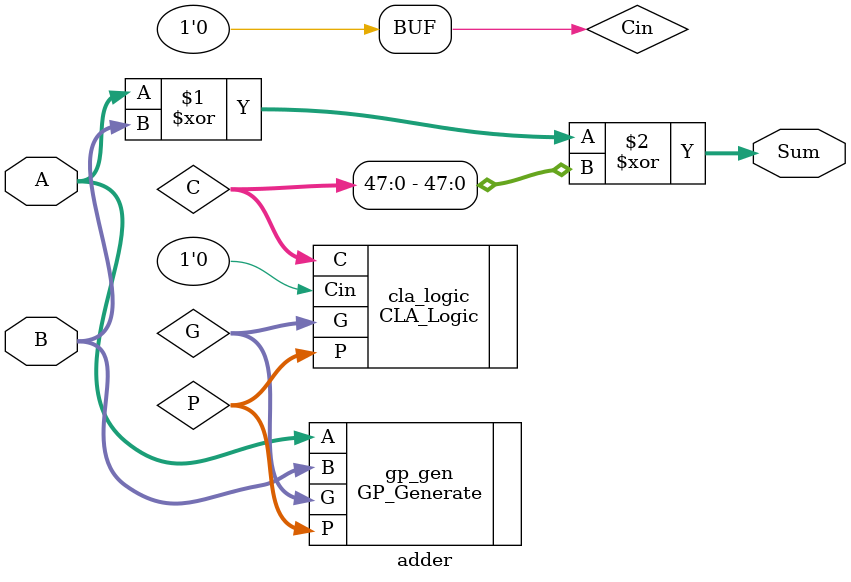
<source format=v>
module adder (
    input [47:0] A,
    input [47:0] B,
    output [47:0] Sum
);
    wire [47:0] G, P;
    wire [48:0] C;
    wire Cin = 1'b0;
    GP_Generate gp_gen (
        .A(A),
        .B(B),
        .G(G),
        .P(P)
    );

    CLA_Logic cla_logic (
        .G(G),
        .P(P),
        .Cin(Cin),
        .C(C)
    );

    assign Sum = A ^ B ^ C[47:0]; 
endmodule

</source>
